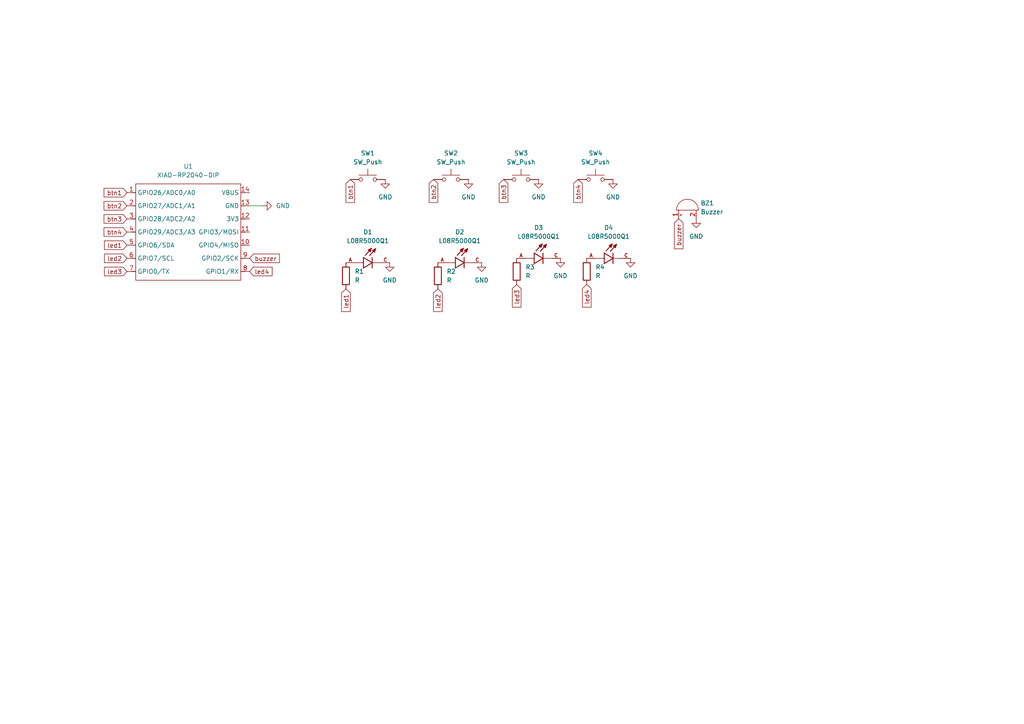
<source format=kicad_sch>
(kicad_sch (version 20250114) (generator "eeschema") (generator_version "9.0")
  (paper "A4")
  (lib_symbols
    (symbol "Device:Buzzer" (pin_names (offset 0.0254) (hide yes))
      (property "Reference" "BZ" (at 3.81 1.27 0))
      (property "Value" "Buzzer" (at 3.81 -1.27 0))
      (symbol "Buzzer_0_1"
        (polyline (pts (xy -1.651 1.905) (xy -1.143 1.905)))
        (polyline (pts (xy -1.397 2.159) (xy -1.397 1.651)))
        (arc (start 0 3.175) (mid 3.1612 0) (end 0 -3.175))
        (polyline (pts (xy 0 3.175) (xy 0 -3.175)))
      )
      (symbol "Buzzer_1_1"
        (pin passive line (at -2.54 2.54 0) (length 2.54) (name "+") (number "1"))
        (pin passive line (at -2.54 -2.54 0) (length 2.54) (name "-") (number "2"))
      )
    )
    (symbol "Device:R" (pin_numbers (hide yes)) (pin_names (offset 0))
      (property "Reference" "R" (at 2.032 0 90))
      (property "Value" "R" (at 0 0 90))
      (symbol "R_0_1"
        (rectangle (start -1.016 -2.54) (end 1.016 2.54) (stroke (width 0.254)))
      )
      (symbol "R_1_1"
        (pin passive line (at 0 3.81 270) (length 1.27) (name "~") (number "1"))
        (pin passive line (at 0 -3.81 90) (length 1.27) (name "~") (number "2"))
      )
    )
    (symbol "L08R5000Q1:L08R5000Q1" (pin_names (offset 1.016))
      (property "Reference" "D" (at -3.0988 4.4958 0))
      (property "Value" "L08R5000Q1" (at -3.556 -3.302 0))
      (symbol "L08R5000Q1_0_0"
        (polyline (pts (xy -2.54 1.524) (xy -2.54 0)) (stroke (width 0.254)))
        (polyline (pts (xy -2.54 0) (xy -5.08 0)) (stroke (width 0.1524)))
        (polyline (pts (xy -2.54 0) (xy -2.54 -1.524)) (stroke (width 0.254)))
        (polyline (pts (xy -2.54 -1.524) (xy 0 0)) (stroke (width 0.254)))
        (polyline (pts (xy -1.1176 3.683) (xy -0.2286 4.1656)) (stroke (width 0.254)))
        (polyline (pts (xy -0.9398 3.6068) (xy -0.7112 3.7592)) (stroke (width 0.254)))
        (polyline (pts (xy -0.5588 3.2004) (xy -1.1176 3.683)) (stroke (width 0.254)))
        (polyline (pts (xy -0.5588 3.2004) (xy -0.5334 3.937)) (stroke (width 0.254)))
        (polyline (pts (xy -0.5334 3.937) (xy -0.6604 3.937)) (stroke (width 0.254)))
        (polyline (pts (xy -0.2286 4.1656) (xy -2.0066 2.1336)) (stroke (width 0.254)))
        (polyline (pts (xy -0.2286 4.1656) (xy -0.5588 3.2004)) (stroke (width 0.254)))
        (polyline (pts (xy 0 1.524) (xy 0 0)) (stroke (width 0.254)))
        (polyline (pts (xy 0 0) (xy -2.54 1.524)) (stroke (width 0.254)))
        (polyline (pts (xy 0 0) (xy 0 -1.524)) (stroke (width 0.254)))
        (polyline (pts (xy 0.127 3.5814) (xy 1.016 4.064)) (stroke (width 0.254)))
        (polyline (pts (xy 0.3048 3.5052) (xy 0.5334 3.6576)) (stroke (width 0.254)))
        (polyline (pts (xy 0.6858 3.0988) (xy 0.127 3.5814)) (stroke (width 0.254)))
        (polyline (pts (xy 0.6858 3.0988) (xy 0.7112 3.8354)) (stroke (width 0.254)))
        (polyline (pts (xy 0.7112 3.8354) (xy 0.5842 3.8354)) (stroke (width 0.254)))
        (polyline (pts (xy 1.016 4.064) (xy -0.762 2.032)) (stroke (width 0.254)))
        (polyline (pts (xy 1.016 4.064) (xy 0.6858 3.0988)) (stroke (width 0.254)))
        (polyline (pts (xy 2.54 0) (xy 0 0)) (stroke (width 0.1524)))
        (pin passive line (at -7.62 0 0) (length 2.54) (name "~") (number "A"))
        (pin passive line (at 5.08 0 180) (length 2.54) (name "~") (number "C"))
      )
    )
    (symbol "Seeed_Studio_XIAO_Series:XIAO-RP2040-DIP"
      (property "Reference" "U" (at 0 0 0))
      (property "Value" "XIAO-RP2040-DIP" (at 5.334 -1.778 0))
      (symbol "XIAO-RP2040-DIP_1_0"
        (polyline (pts (xy -1.27 -2.54) (xy 29.21 -2.54)) (stroke (width 0.1524)))
        (polyline (pts (xy -1.27 -5.08) (xy -2.54 -5.08)) (stroke (width 0.1524)))
        (polyline (pts (xy -1.27 -5.08) (xy -1.27 -2.54)) (stroke (width 0.1524)))
        (polyline (pts (xy -1.27 -8.89) (xy -2.54 -8.89)) (stroke (width 0.1524)))
        (polyline (pts (xy -1.27 -8.89) (xy -1.27 -5.08)) (stroke (width 0.1524)))
        (polyline (pts (xy -1.27 -12.7) (xy -2.54 -12.7)) (stroke (width 0.1524)))
        (polyline (pts (xy -1.27 -12.7) (xy -1.27 -8.89)) (stroke (width 0.1524)))
        (polyline (pts (xy -1.27 -16.51) (xy -2.54 -16.51)) (stroke (width 0.1524)))
        (polyline (pts (xy -1.27 -16.51) (xy -1.27 -12.7)) (stroke (width 0.1524)))
        (polyline (pts (xy -1.27 -20.32) (xy -2.54 -20.32)) (stroke (width 0.1524)))
        (polyline (pts (xy -1.27 -24.13) (xy -2.54 -24.13)) (stroke (width 0.1524)))
        (polyline (pts (xy -1.27 -27.94) (xy -2.54 -27.94)) (stroke (width 0.1524)))
        (polyline (pts (xy -1.27 -30.48) (xy -1.27 -16.51)) (stroke (width 0.1524)))
        (polyline (pts (xy 29.21 -2.54) (xy 29.21 -5.08)) (stroke (width 0.1524)))
        (polyline (pts (xy 29.21 -5.08) (xy 29.21 -8.89)) (stroke (width 0.1524)))
        (polyline (pts (xy 29.21 -8.89) (xy 29.21 -12.7)) (stroke (width 0.1524)))
        (polyline (pts (xy 29.21 -12.7) (xy 29.21 -30.48)) (stroke (width 0.1524)))
        (polyline (pts (xy 29.21 -30.48) (xy -1.27 -30.48)) (stroke (width 0.1524)))
        (polyline (pts (xy 30.48 -5.08) (xy 29.21 -5.08)) (stroke (width 0.1524)))
        (polyline (pts (xy 30.48 -8.89) (xy 29.21 -8.89)) (stroke (width 0.1524)))
        (polyline (pts (xy 30.48 -12.7) (xy 29.21 -12.7)) (stroke (width 0.1524)))
        (polyline (pts (xy 30.48 -16.51) (xy 29.21 -16.51)) (stroke (width 0.1524)))
        (polyline (pts (xy 30.48 -20.32) (xy 29.21 -20.32)) (stroke (width 0.1524)))
        (polyline (pts (xy 30.48 -24.13) (xy 29.21 -24.13)) (stroke (width 0.1524)))
        (polyline (pts (xy 30.48 -27.94) (xy 29.21 -27.94)) (stroke (width 0.1524)))
        (pin passive line (at -3.81 -5.08 0) (length 2.54) (name "GPIO26/ADC0/A0") (number "1"))
        (pin passive line (at -3.81 -8.89 0) (length 2.54) (name "GPIO27/ADC1/A1") (number "2"))
        (pin passive line (at -3.81 -12.7 0) (length 2.54) (name "GPIO28/ADC2/A2") (number "3"))
        (pin passive line (at -3.81 -16.51 0) (length 2.54) (name "GPIO29/ADC3/A3") (number "4"))
        (pin passive line (at -3.81 -20.32 0) (length 2.54) (name "GPIO6/SDA") (number "5"))
        (pin passive line (at -3.81 -24.13 0) (length 2.54) (name "GPIO7/SCL") (number "6"))
        (pin passive line (at -3.81 -27.94 0) (length 2.54) (name "GPIO0/TX") (number "7"))
        (pin passive line (at 31.75 -5.08 180) (length 2.54) (name "VBUS") (number "14"))
        (pin passive line (at 31.75 -8.89 180) (length 2.54) (name "GND") (number "13"))
        (pin passive line (at 31.75 -12.7 180) (length 2.54) (name "3V3") (number "12"))
        (pin passive line (at 31.75 -16.51 180) (length 2.54) (name "GPIO3/MOSI") (number "11"))
        (pin passive line (at 31.75 -20.32 180) (length 2.54) (name "GPIO4/MISO") (number "10"))
        (pin passive line (at 31.75 -24.13 180) (length 2.54) (name "GPIO2/SCK") (number "9"))
        (pin passive line (at 31.75 -27.94 180) (length 2.54) (name "GPIO1/RX") (number "8"))
      )
    )
    (symbol "Switch:SW_Push" (pin_numbers (hide yes)) (pin_names (offset 1.016) (hide yes))
      (property "Reference" "SW" (at 1.27 2.54 0))
      (property "Value" "SW_Push" (at 0 -1.524 0))
      (symbol "SW_Push_0_1"
        (circle (center -2.032 0) (radius 0.508))
        (polyline (pts (xy 0 1.27) (xy 0 3.048)))
        (circle (center 2.032 0) (radius 0.508))
        (polyline (pts (xy 2.54 1.27) (xy -2.54 1.27)))
        (pin passive line (at -5.08 0 0) (length 2.54) (name "1") (number "1"))
        (pin passive line (at 5.08 0 180) (length 2.54) (name "2") (number "2"))
      )
    )
    (symbol "power:GND" (power) (pin_numbers (hide yes)) (pin_names (offset 0) (hide yes))
      (property "Value" "GND" (at 0 -3.81 0))
      (symbol "GND_0_1"
        (polyline (pts (xy 0 0) (xy 0 -1.27) (xy 1.27 -1.27) (xy 0 -2.54) (xy -1.27 -1.27) (xy 0 -1.27)))
      )
      (symbol "GND_1_1"
        (pin power_in line (at 0 0 270) (length 0) (name "~") (number "1"))
      )
    )
  )
  (wire (pts (xy 76.2 59.69) (xy 72.39 59.69)))
  (global_label "led1" (shape input) (at 100.33 83.82 270) (property "Intersheetrefs" "${INTERSHEET_REFS}" (effects (hide yes))))
  (global_label "led3" (shape input) (at 149.86 82.55 270) (property "Intersheetrefs" "${INTERSHEET_REFS}" (effects (hide yes))))
  (global_label "btn1" (shape input) (at 101.6 52.07 270) (property "Intersheetrefs" "${INTERSHEET_REFS}" (effects (hide yes))))
  (global_label "btn3" (shape input) (at 36.83 63.5 180) (property "Intersheetrefs" "${INTERSHEET_REFS}" (effects (hide yes))))
  (global_label "led2" (shape input) (at 127 83.82 270) (property "Intersheetrefs" "${INTERSHEET_REFS}" (effects (hide yes))))
  (global_label "led3" (shape input) (at 36.83 78.74 180) (property "Intersheetrefs" "${INTERSHEET_REFS}" (effects (hide yes))))
  (global_label "btn2" (shape input) (at 125.73 52.07 270) (property "Intersheetrefs" "${INTERSHEET_REFS}" (effects (hide yes))))
  (global_label "btn3" (shape input) (at 146.05 52.07 270) (property "Intersheetrefs" "${INTERSHEET_REFS}" (effects (hide yes))))
  (global_label "led1" (shape input) (at 36.83 71.12 180) (property "Intersheetrefs" "${INTERSHEET_REFS}" (effects (hide yes))))
  (global_label "btn4" (shape input) (at 167.64 52.07 270) (property "Intersheetrefs" "${INTERSHEET_REFS}" (effects (hide yes))))
  (global_label "buzzer" (shape input) (at 196.85 63.5 270) (property "Intersheetrefs" "${INTERSHEET_REFS}" (effects (hide yes))))
  (global_label "led2" (shape input) (at 36.83 74.93 180) (property "Intersheetrefs" "${INTERSHEET_REFS}" (effects (hide yes))))
  (global_label "led4" (shape input) (at 72.39 78.74 0) (property "Intersheetrefs" "${INTERSHEET_REFS}" (effects (hide yes))))
  (global_label "btn4" (shape input) (at 36.83 67.31 180) (property "Intersheetrefs" "${INTERSHEET_REFS}" (effects (hide yes))))
  (global_label "btn1" (shape input) (at 36.83 55.88 180) (property "Intersheetrefs" "${INTERSHEET_REFS}" (effects (hide yes))))
  (global_label "led4" (shape input) (at 170.18 82.55 270) (property "Intersheetrefs" "${INTERSHEET_REFS}" (effects (hide yes))))
  (global_label "buzzer" (shape input) (at 72.39 74.93 0) (property "Intersheetrefs" "${INTERSHEET_REFS}" (effects (hide yes))))
  (global_label "btn2" (shape input) (at 36.83 59.69 180) (property "Intersheetrefs" "${INTERSHEET_REFS}" (effects (hide yes))))
  (symbol (lib_id "L08R5000Q1:L08R5000Q1") (at 107.95 76.2 0) (unit 1)
    (property "Reference" "D1" (at 106.68 67.31 0))
    (property "Value" "L08R5000Q1" (at 106.68 69.85 0))
    (property "Footprint" "footprints:LEDRD254W57D500H1070" (effects (hide yes)))
    (property "MF" "LED Technology" (effects (hide yes)))
    (property "MAXIMUM_PACKAGE_HEIGHT" "10.7mm" (effects (hide yes)))
    (property "Package" "None" (effects (hide yes)))
    (property "Price" "None" (effects (hide yes)))
    (property "Check_prices" "https://www.snapeda.com/parts/L08R5000Q1/LED+Technology/view-part/?ref=eda" (effects (hide yes)))
    (property "STANDARD" "IPC-7351B" (effects (hide yes)))
    (property "PARTREV" "NA" (effects (hide yes)))
    (property "SnapEDA_Link" "https://www.snapeda.com/parts/L08R5000Q1/LED+Technology/view-part/?ref=snap" (effects (hide yes)))
    (property "MP" "L08R5000Q1" (effects (hide yes)))
    (property "Description_1" "LED, 5MM, ORANGE; LED / Lamp Size: 5mm / T-1 3/4; LED Colour: Orange; Typ Luminous Intensity: 4.3mcd; Viewing Angle: ..." (effects (hide yes)))
    (property "Availability" "Not in stock" (effects (hide yes)))
    (property "MANUFACTURER" "LED TECHNOLOGY" (effects (hide yes)))
  )
  (symbol (lib_id "Switch:SW_Push") (at 172.72 52.07 0) (unit 1)
    (property "Reference" "SW4" (at 172.72 44.45 0))
    (property "Value" "SW_Push" (at 172.72 46.99 0))
    (property "Footprint" "Button_Switch_Keyboard:SW_Cherry_MX_1.00u_PCB" (effects (hide yes)))
    (property "Description" "Push button switch, generic, two pins" (effects (hide yes)))
  )
  (symbol (lib_id "power:GND") (at 201.93 63.5 0) (unit 1)
    (property "Reference" "#PWR010" (effects (hide yes)))
    (property "Value" "GND" (at 201.93 68.58 0))
    (property "Description" "Power symbol creates a global label with name \"GND\" , ground" (effects (hide yes)))
  )
  (symbol (lib_id "L08R5000Q1:L08R5000Q1") (at 177.8 74.93 0) (unit 1)
    (property "Reference" "D4" (at 176.53 66.04 0))
    (property "Value" "L08R5000Q1" (at 176.53 68.58 0))
    (property "Footprint" "footprints:LEDRD254W57D500H1070" (effects (hide yes)))
    (property "MF" "LED Technology" (effects (hide yes)))
    (property "MAXIMUM_PACKAGE_HEIGHT" "10.7mm" (effects (hide yes)))
    (property "Package" "None" (effects (hide yes)))
    (property "Price" "None" (effects (hide yes)))
    (property "Check_prices" "https://www.snapeda.com/parts/L08R5000Q1/LED+Technology/view-part/?ref=eda" (effects (hide yes)))
    (property "STANDARD" "IPC-7351B" (effects (hide yes)))
    (property "PARTREV" "NA" (effects (hide yes)))
    (property "SnapEDA_Link" "https://www.snapeda.com/parts/L08R5000Q1/LED+Technology/view-part/?ref=snap" (effects (hide yes)))
    (property "MP" "L08R5000Q1" (effects (hide yes)))
    (property "Description_1" "LED, 5MM, ORANGE; LED / Lamp Size: 5mm / T-1 3/4; LED Colour: Orange; Typ Luminous Intensity: 4.3mcd; Viewing Angle: ..." (effects (hide yes)))
    (property "Availability" "Not in stock" (effects (hide yes)))
    (property "MANUFACTURER" "LED TECHNOLOGY" (effects (hide yes)))
  )
  (symbol (lib_id "Switch:SW_Push") (at 130.81 52.07 0) (unit 1)
    (property "Reference" "SW2" (at 130.81 44.45 0))
    (property "Value" "SW_Push" (at 130.81 46.99 0))
    (property "Footprint" "Button_Switch_Keyboard:SW_Cherry_MX_1.00u_PCB" (effects (hide yes)))
    (property "Description" "Push button switch, generic, two pins" (effects (hide yes)))
  )
  (symbol (lib_id "L08R5000Q1:L08R5000Q1") (at 134.62 76.2 0) (unit 1)
    (property "Reference" "D2" (at 133.35 67.31 0))
    (property "Value" "L08R5000Q1" (at 133.35 69.85 0))
    (property "Footprint" "footprints:LEDRD254W57D500H1070" (effects (hide yes)))
    (property "MF" "LED Technology" (effects (hide yes)))
    (property "MAXIMUM_PACKAGE_HEIGHT" "10.7mm" (effects (hide yes)))
    (property "Package" "None" (effects (hide yes)))
    (property "Price" "None" (effects (hide yes)))
    (property "Check_prices" "https://www.snapeda.com/parts/L08R5000Q1/LED+Technology/view-part/?ref=eda" (effects (hide yes)))
    (property "STANDARD" "IPC-7351B" (effects (hide yes)))
    (property "PARTREV" "NA" (effects (hide yes)))
    (property "SnapEDA_Link" "https://www.snapeda.com/parts/L08R5000Q1/LED+Technology/view-part/?ref=snap" (effects (hide yes)))
    (property "MP" "L08R5000Q1" (effects (hide yes)))
    (property "Description_1" "LED, 5MM, ORANGE; LED / Lamp Size: 5mm / T-1 3/4; LED Colour: Orange; Typ Luminous Intensity: 4.3mcd; Viewing Angle: ..." (effects (hide yes)))
    (property "Availability" "Not in stock" (effects (hide yes)))
    (property "MANUFACTURER" "LED TECHNOLOGY" (effects (hide yes)))
  )
  (symbol (lib_id "Device:Buzzer") (at 199.39 60.96 90) (unit 1)
    (property "Reference" "BZ1" (at 203.2 58.9348 90) (effects (justify right)))
    (property "Value" "Buzzer" (at 203.2 61.4748 90) (effects (justify right)))
    (property "Footprint" "Buzzer_Beeper:Buzzer_12x9.5RM7.6" (effects (hide yes)))
    (property "Description" "Buzzer, polarized" (effects (hide yes)))
  )
  (symbol (lib_id "Device:R") (at 127 80.01 0) (unit 1)
    (property "Reference" "R2" (at 129.54 78.7399 0) (effects (justify left)))
    (property "Value" "R" (at 129.54 81.2799 0) (effects (justify left)))
    (property "Footprint" "Resistor_THT:R_Axial_DIN0204_L3.6mm_D1.6mm_P5.08mm_Horizontal" (effects (hide yes)))
    (property "Description" "Resistor" (effects (hide yes)))
  )
  (symbol (lib_id "power:GND") (at 76.2 59.69 90) (unit 1)
    (property "Reference" "#PWR09" (effects (hide yes)))
    (property "Value" "GND" (at 80.01 59.6899 90) (effects (justify right)))
    (property "Description" "Power symbol creates a global label with name \"GND\" , ground" (effects (hide yes)))
  )
  (symbol (lib_id "power:GND") (at 113.03 76.2 0) (unit 1)
    (property "Reference" "#PWR05" (effects (hide yes)))
    (property "Value" "GND" (at 113.03 81.28 0))
    (property "Description" "Power symbol creates a global label with name \"GND\" , ground" (effects (hide yes)))
  )
  (symbol (lib_id "power:GND") (at 111.76 52.07 0) (unit 1)
    (property "Reference" "#PWR01" (effects (hide yes)))
    (property "Value" "GND" (at 111.76 57.15 0))
    (property "Description" "Power symbol creates a global label with name \"GND\" , ground" (effects (hide yes)))
  )
  (symbol (lib_id "Device:R") (at 149.86 78.74 0) (unit 1)
    (property "Reference" "R3" (at 152.4 77.4699 0) (effects (justify left)))
    (property "Value" "R" (at 152.4 80.0099 0) (effects (justify left)))
    (property "Footprint" "Resistor_THT:R_Axial_DIN0204_L3.6mm_D1.6mm_P5.08mm_Horizontal" (effects (hide yes)))
    (property "Description" "Resistor" (effects (hide yes)))
  )
  (symbol (lib_id "Seeed_Studio_XIAO_Series:XIAO-RP2040-DIP") (at 40.64 50.8 0) (unit 1)
    (property "Reference" "U1" (at 54.61 48.26 0))
    (property "Value" "XIAO-RP2040-DIP" (at 54.61 50.8 0))
    (property "Footprint" "footprints:XIAO-RP2040-DIP" (effects (hide yes)))
  )
  (symbol (lib_id "power:GND") (at 139.7 76.2 0) (unit 1)
    (property "Reference" "#PWR06" (effects (hide yes)))
    (property "Value" "GND" (at 139.7 81.28 0))
    (property "Description" "Power symbol creates a global label with name \"GND\" , ground" (effects (hide yes)))
  )
  (symbol (lib_id "Device:R") (at 170.18 78.74 0) (unit 1)
    (property "Reference" "R4" (at 172.72 77.4699 0) (effects (justify left)))
    (property "Value" "R" (at 172.72 80.0099 0) (effects (justify left)))
    (property "Footprint" "Resistor_THT:R_Axial_DIN0204_L3.6mm_D1.6mm_P5.08mm_Horizontal" (effects (hide yes)))
    (property "Description" "Resistor" (effects (hide yes)))
  )
  (symbol (lib_id "Switch:SW_Push") (at 151.13 52.07 0) (unit 1)
    (property "Reference" "SW3" (at 151.13 44.45 0))
    (property "Value" "SW_Push" (at 151.13 46.99 0))
    (property "Footprint" "Button_Switch_Keyboard:SW_Cherry_MX_1.00u_PCB" (effects (hide yes)))
    (property "Description" "Push button switch, generic, two pins" (effects (hide yes)))
  )
  (symbol (lib_id "power:GND") (at 156.21 52.07 0) (unit 1)
    (property "Reference" "#PWR03" (effects (hide yes)))
    (property "Value" "GND" (at 156.21 57.15 0))
    (property "Description" "Power symbol creates a global label with name \"GND\" , ground" (effects (hide yes)))
  )
  (symbol (lib_id "power:GND") (at 135.89 52.07 0) (unit 1)
    (property "Reference" "#PWR02" (effects (hide yes)))
    (property "Value" "GND" (at 135.89 57.15 0))
    (property "Description" "Power symbol creates a global label with name \"GND\" , ground" (effects (hide yes)))
  )
  (symbol (lib_id "power:GND") (at 162.56 74.93 0) (unit 1)
    (property "Reference" "#PWR07" (effects (hide yes)))
    (property "Value" "GND" (at 162.56 80.01 0))
    (property "Description" "Power symbol creates a global label with name \"GND\" , ground" (effects (hide yes)))
  )
  (symbol (lib_id "Switch:SW_Push") (at 106.68 52.07 0) (unit 1)
    (property "Reference" "SW1" (at 106.68 44.45 0))
    (property "Value" "SW_Push" (at 106.68 46.99 0))
    (property "Footprint" "Button_Switch_Keyboard:SW_Cherry_MX_1.00u_PCB" (effects (hide yes)))
    (property "Description" "Push button switch, generic, two pins" (effects (hide yes)))
  )
  (symbol (lib_id "power:GND") (at 182.88 74.93 0) (unit 1)
    (property "Reference" "#PWR08" (effects (hide yes)))
    (property "Value" "GND" (at 182.88 80.01 0))
    (property "Description" "Power symbol creates a global label with name \"GND\" , ground" (effects (hide yes)))
  )
  (symbol (lib_id "L08R5000Q1:L08R5000Q1") (at 157.48 74.93 0) (unit 1)
    (property "Reference" "D3" (at 156.21 66.04 0))
    (property "Value" "L08R5000Q1" (at 156.21 68.58 0))
    (property "Footprint" "footprints:LEDRD254W57D500H1070" (effects (hide yes)))
    (property "MF" "LED Technology" (effects (hide yes)))
    (property "MAXIMUM_PACKAGE_HEIGHT" "10.7mm" (effects (hide yes)))
    (property "Package" "None" (effects (hide yes)))
    (property "Price" "None" (effects (hide yes)))
    (property "Check_prices" "https://www.snapeda.com/parts/L08R5000Q1/LED+Technology/view-part/?ref=eda" (effects (hide yes)))
    (property "STANDARD" "IPC-7351B" (effects (hide yes)))
    (property "PARTREV" "NA" (effects (hide yes)))
    (property "SnapEDA_Link" "https://www.snapeda.com/parts/L08R5000Q1/LED+Technology/view-part/?ref=snap" (effects (hide yes)))
    (property "MP" "L08R5000Q1" (effects (hide yes)))
    (property "Description_1" "LED, 5MM, ORANGE; LED / Lamp Size: 5mm / T-1 3/4; LED Colour: Orange; Typ Luminous Intensity: 4.3mcd; Viewing Angle: ..." (effects (hide yes)))
    (property "Availability" "Not in stock" (effects (hide yes)))
    (property "MANUFACTURER" "LED TECHNOLOGY" (effects (hide yes)))
  )
  (symbol (lib_id "Device:R") (at 100.33 80.01 0) (unit 1)
    (property "Reference" "R1" (at 102.87 78.7399 0) (effects (justify left)))
    (property "Value" "R" (at 102.87 81.2799 0) (effects (justify left)))
    (property "Footprint" "Resistor_THT:R_Axial_DIN0204_L3.6mm_D1.6mm_P5.08mm_Horizontal" (effects (hide yes)))
    (property "Description" "Resistor" (effects (hide yes)))
  )
  (symbol (lib_id "power:GND") (at 177.8 52.07 0) (unit 1)
    (property "Reference" "#PWR04" (effects (hide yes)))
    (property "Value" "GND" (at 177.8 57.15 0))
    (property "Description" "Power symbol creates a global label with name \"GND\" , ground" (effects (hide yes)))
  )
)
</source>
